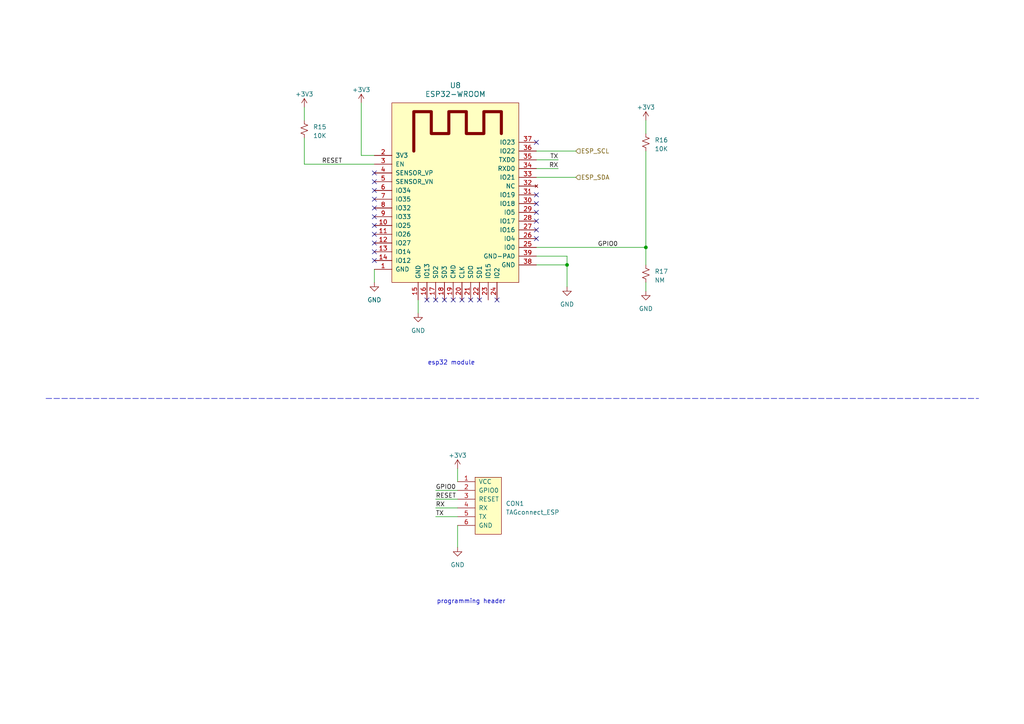
<source format=kicad_sch>
(kicad_sch (version 20210621) (generator eeschema)
  (paper "A4")
  (lib_symbols
    (symbol "Device:R_Small_US" (pin_numbers hide) (pin_names (offset 0.254) hide)
      (property "Reference" "R" (at 0.762 0.508 0))
      (property "Value" "R_Small_US" (at 0.762 -1.016 0))
      (symbol "R_Small_US_1_1"
        (polyline (pts (xy 0 0) (xy 1.016 -0.381) (xy 0 -0.762) (xy -1.016 -1.143) (xy 0 -1.524)))
        (polyline (pts (xy 0 1.524) (xy 1.016 1.143) (xy 0 0.762) (xy -1.016 0.381) (xy 0 0)))
        (pin passive line (at 0 2.54 270) (length 1.016) (name "~") (number "1"))
        (pin passive line (at 0 -2.54 90) (length 1.016) (name "~") (number "2"))
      )
    )
    (symbol "ESP32:ESP32-WROOM" (pin_names (offset 1.016))
      (property "Reference" "U" (at -17.78 31.75 0))
      (property "Value" "ESP32-WROOM" (at 12.7 31.75 0))
      (symbol "ESP32-WROOM_0_1"
        (rectangle (start -19.05 30.48) (end 17.78 -21.59) (fill (type background)))
        (polyline (pts (xy -12.7 16.51) (xy -12.7 27.94) (xy -7.62 27.94) (xy -7.62 21.59) (xy -2.54 21.59) (xy -2.54 27.94) (xy 2.54 27.94) (xy 2.54 21.59) (xy 7.62 21.59) (xy 7.62 27.94) (xy 12.7 27.94) (xy 12.7 21.59)) (stroke (width 0.889)))
      )
      (symbol "ESP32-WROOM_1_1"
        (pin power_out line (at -24.13 -17.78 0) (length 5.08) (name "GND") (number "1"))
        (pin bidirectional line (at -24.13 -5.08 0) (length 5.08) (name "IO25") (number "10"))
        (pin bidirectional line (at -24.13 -7.62 0) (length 5.08) (name "IO26") (number "11"))
        (pin bidirectional line (at -24.13 -10.16 0) (length 5.08) (name "IO27") (number "12"))
        (pin bidirectional line (at -24.13 -12.7 0) (length 5.08) (name "IO14") (number "13"))
        (pin bidirectional line (at -24.13 -15.24 0) (length 5.08) (name "IO12") (number "14"))
        (pin power_in line (at -11.43 -26.67 90) (length 5.08) (name "GND") (number "15"))
        (pin bidirectional line (at -8.89 -26.67 90) (length 5.08) (name "IO13") (number "16"))
        (pin bidirectional line (at -6.35 -26.67 90) (length 5.08) (name "SD2") (number "17"))
        (pin bidirectional line (at -3.81 -26.67 90) (length 5.08) (name "SD3") (number "18"))
        (pin bidirectional line (at -1.27 -26.67 90) (length 5.08) (name "CMD") (number "19"))
        (pin power_in line (at -24.13 15.24 0) (length 5.08) (name "3V3") (number "2"))
        (pin input line (at 1.27 -26.67 90) (length 5.08) (name "CLK") (number "20"))
        (pin bidirectional line (at 3.81 -26.67 90) (length 5.08) (name "SDO") (number "21"))
        (pin bidirectional line (at 6.35 -26.67 90) (length 5.08) (name "SD1") (number "22"))
        (pin bidirectional line (at 8.89 -26.67 90) (length 5.08) (name "IO15") (number "23"))
        (pin bidirectional line (at 11.43 -26.67 90) (length 5.08) (name "IO2") (number "24"))
        (pin bidirectional line (at 22.86 -11.43 180) (length 5.08) (name "IO0") (number "25"))
        (pin input line (at 22.86 -8.89 180) (length 5.08) (name "IO4") (number "26"))
        (pin bidirectional line (at 22.86 -6.35 180) (length 5.08) (name "IO16") (number "27"))
        (pin bidirectional line (at 22.86 -3.81 180) (length 5.08) (name "IO17") (number "28"))
        (pin bidirectional line (at 22.86 -1.27 180) (length 5.08) (name "IO5") (number "29"))
        (pin input line (at -24.13 12.7 0) (length 5.08) (name "EN") (number "3"))
        (pin input line (at 22.86 1.27 180) (length 5.08) (name "IO18") (number "30"))
        (pin bidirectional line (at 22.86 3.81 180) (length 5.08) (name "IO19") (number "31"))
        (pin no_connect line (at 22.86 6.35 180) (length 5.08) (name "NC") (number "32"))
        (pin bidirectional line (at 22.86 8.89 180) (length 5.08) (name "IO21") (number "33"))
        (pin bidirectional line (at 22.86 11.43 180) (length 5.08) (name "RXD0") (number "34"))
        (pin bidirectional line (at 22.86 13.97 180) (length 5.08) (name "TXD0") (number "35"))
        (pin bidirectional line (at 22.86 16.51 180) (length 5.08) (name "IO22") (number "36"))
        (pin bidirectional line (at 22.86 19.05 180) (length 5.08) (name "IO23") (number "37"))
        (pin power_in line (at 22.86 -16.51 180) (length 5.08) (name "GND") (number "38"))
        (pin power_in line (at 22.86 -13.97 180) (length 5.08) (name "GND-PAD") (number "39"))
        (pin input line (at -24.13 10.16 0) (length 5.08) (name "SENSOR_VP") (number "4"))
        (pin input line (at -24.13 7.62 0) (length 5.08) (name "SENSOR_VN") (number "5"))
        (pin bidirectional line (at -24.13 5.08 0) (length 5.08) (name "IO34") (number "6"))
        (pin bidirectional line (at -24.13 2.54 0) (length 5.08) (name "IO35") (number "7"))
        (pin bidirectional line (at -24.13 0 0) (length 5.08) (name "IO32") (number "8"))
        (pin bidirectional line (at -24.13 -2.54 0) (length 5.08) (name "IO33") (number "9"))
      )
    )
    (symbol "conectors:TAGconnect_ESP" (pin_names (offset 1.016))
      (property "Reference" "CON" (at 6.35 -8.89 90))
      (property "Value" "TAGconnect_ESP" (at 2.54 2.54 0))
      (symbol "TAGconnect_ESP_0_1"
        (rectangle (start 0 1.27) (end 7.62 -15.24) (fill (type background)))
      )
      (symbol "TAGconnect_ESP_1_1"
        (pin unspecified line (at -5.08 0 0) (length 5.08) (name "VCC") (number "1"))
        (pin unspecified line (at -5.08 -2.54 0) (length 5.08) (name "GPIO0") (number "2"))
        (pin unspecified line (at -5.08 -5.08 0) (length 5.08) (name "RESET") (number "3"))
        (pin unspecified line (at -5.08 -7.62 0) (length 5.08) (name "RX") (number "4"))
        (pin unspecified line (at -5.08 -10.16 0) (length 5.08) (name "TX") (number "5"))
        (pin unspecified line (at -5.08 -12.7 0) (length 5.08) (name "GND") (number "6"))
      )
    )
    (symbol "power:+3V3" (power) (pin_names (offset 0))
      (property "Value" "+3V3" (at 0 3.556 0))
      (symbol "+3V3_0_1"
        (polyline (pts (xy -0.762 1.27) (xy 0 2.54)))
        (polyline (pts (xy 0 0) (xy 0 2.54)))
        (polyline (pts (xy 0 2.54) (xy 0.762 1.27)))
      )
      (symbol "+3V3_1_1"
        (pin power_in line (at 0 0 90) (length 0) hide (name "+3V3") (number "1"))
      )
    )
    (symbol "power:GND" (power) (pin_names (offset 0))
      (property "Value" "GND" (at 0 -3.81 0))
      (symbol "GND_0_1"
        (polyline (pts (xy 0 0) (xy 0 -1.27) (xy 1.27 -1.27) (xy 0 -2.54) (xy -1.27 -1.27) (xy 0 -1.27)))
      )
      (symbol "GND_1_1"
        (pin power_in line (at 0 0 270) (length 0) hide (name "GND") (number "1"))
      )
    )
  )
  (junction (at 164.465 76.835) (diameter 0.9144))
  (junction (at 187.325 71.755) (diameter 0.9144))
  (no_connect (at 108.585 50.165))
  (no_connect (at 108.585 52.705))
  (no_connect (at 108.585 55.245))
  (no_connect (at 108.585 57.785))
  (no_connect (at 108.585 60.325))
  (no_connect (at 108.585 62.865))
  (no_connect (at 108.585 65.405))
  (no_connect (at 108.585 67.945))
  (no_connect (at 108.585 70.485))
  (no_connect (at 108.585 73.025))
  (no_connect (at 108.585 75.565))
  (no_connect (at 123.825 86.995))
  (no_connect (at 126.365 86.995))
  (no_connect (at 128.905 86.995))
  (no_connect (at 131.445 86.995))
  (no_connect (at 133.985 86.995))
  (no_connect (at 136.525 86.995))
  (no_connect (at 139.065 86.995))
  (no_connect (at 144.145 86.995))
  (no_connect (at 155.575 41.275))
  (no_connect (at 155.575 56.515))
  (no_connect (at 155.575 59.055))
  (no_connect (at 155.575 61.595))
  (no_connect (at 155.575 64.135))
  (no_connect (at 155.575 66.675))
  (no_connect (at 155.575 69.215))
  (wire (pts (xy 88.265 31.115) (xy 88.265 34.925)))
  (wire (pts (xy 88.265 40.005) (xy 88.265 47.625)))
  (wire (pts (xy 104.775 29.845) (xy 104.775 45.085)))
  (wire (pts (xy 108.585 45.085) (xy 104.775 45.085)))
  (wire (pts (xy 108.585 47.625) (xy 88.265 47.625)))
  (wire (pts (xy 108.585 78.105) (xy 108.585 81.915)))
  (wire (pts (xy 121.285 86.995) (xy 121.285 90.805)))
  (wire (pts (xy 126.365 142.24) (xy 132.715 142.24)))
  (wire (pts (xy 126.365 144.78) (xy 132.715 144.78)))
  (wire (pts (xy 126.365 147.32) (xy 132.715 147.32)))
  (wire (pts (xy 126.365 149.86) (xy 132.715 149.86)))
  (wire (pts (xy 132.715 135.89) (xy 132.715 139.7)))
  (wire (pts (xy 132.715 152.4) (xy 132.715 158.75)))
  (wire (pts (xy 155.575 43.815) (xy 167.005 43.815)))
  (wire (pts (xy 155.575 51.435) (xy 167.005 51.435)))
  (wire (pts (xy 155.575 71.755) (xy 187.325 71.755)))
  (wire (pts (xy 155.575 74.295) (xy 164.465 74.295)))
  (wire (pts (xy 155.575 76.835) (xy 164.465 76.835)))
  (wire (pts (xy 161.925 46.355) (xy 155.575 46.355)))
  (wire (pts (xy 161.925 48.895) (xy 155.575 48.895)))
  (wire (pts (xy 164.465 74.295) (xy 164.465 76.835)))
  (wire (pts (xy 164.465 76.835) (xy 164.465 83.185)))
  (wire (pts (xy 187.325 34.925) (xy 187.325 38.735)))
  (wire (pts (xy 187.325 43.815) (xy 187.325 71.755)))
  (wire (pts (xy 187.325 71.755) (xy 187.325 76.835)))
  (wire (pts (xy 187.325 81.915) (xy 187.325 84.455)))
  (polyline (pts (xy 13.335 115.57) (xy 283.845 115.57)) (stroke (width 0) (type dash)))
  (text "esp32 module\n" (at 137.795 106.045 180) (effects (font (size 1.27 1.27)) (justify right bottom)))
  (text "programming header" (at 146.685 175.26 180) (effects (font (size 1.27 1.27)) (justify right bottom)))
  (label "RESET" (at 93.345 47.625 0))
  (label "GPIO0" (at 126.365 142.24 0))
  (label "RESET" (at 126.365 144.78 0))
  (label "RX" (at 126.365 147.32 0))
  (label "TX" (at 126.365 149.86 0))
  (label "TX" (at 161.925 46.355 180))
  (label "RX" (at 161.925 48.895 180))
  (label "GPIO0" (at 173.355 71.755 0))
  (hierarchical_label "ESP_SCL" (shape input) (at 167.005 43.815 0))
  (hierarchical_label "ESP_SDA" (shape input) (at 167.005 51.435 0))
  (symbol (lib_id "power:+3V3") (at 88.265 31.115 0) (unit 1)
    (property "Reference" "#PWR0140" (effects hide))
    (property "Value" "+3V3" (at 88.265 27.305 0))
  )
  (symbol (lib_id "power:+3V3") (at 104.775 29.845 0) (unit 1)
    (property "Reference" "#PWR0141" (effects hide))
    (property "Value" "+3V3" (at 104.775 26.035 0))
  )
  (symbol (lib_id "power:+3V3") (at 132.715 135.89 0) (unit 1)
    (property "Reference" "#PWR0143" (effects hide))
    (property "Value" "+3V3" (at 132.715 132.08 0))
  )
  (symbol (lib_id "power:+3V3") (at 187.325 34.925 0) (unit 1)
    (property "Reference" "#PWR0139" (effects hide))
    (property "Value" "+3V3" (at 187.325 31.115 0))
  )
  (symbol (lib_id "power:GND") (at 108.585 81.915 0) (unit 1)
    (property "Reference" "#PWR0142" (effects hide))
    (property "Value" "GND" (at 108.585 86.995 0))
  )
  (symbol (lib_id "power:GND") (at 121.285 90.805 0) (unit 1)
    (property "Reference" "#PWR0144" (effects hide))
    (property "Value" "GND" (at 121.285 95.885 0))
  )
  (symbol (lib_id "power:GND") (at 132.715 158.75 0) (unit 1)
    (property "Reference" "#PWR0147" (effects hide))
    (property "Value" "GND" (at 132.715 163.83 0))
  )
  (symbol (lib_id "power:GND") (at 164.465 83.185 0) (unit 1)
    (property "Reference" "#PWR0145" (effects hide))
    (property "Value" "GND" (at 164.465 88.265 0))
  )
  (symbol (lib_id "power:GND") (at 187.325 84.455 0) (unit 1)
    (property "Reference" "#PWR0146" (effects hide))
    (property "Value" "GND" (at 187.325 89.535 0))
  )
  (symbol (lib_id "Device:R_Small_US") (at 88.265 37.465 0) (unit 1)
    (property "Reference" "R15" (at 90.805 36.8299 0) (effects (justify left)))
    (property "Value" "10K" (at 90.805 39.3699 0) (effects (justify left)))
    (property "Footprint" "vanalles:0603RL" (effects hide))
  )
  (symbol (lib_id "Device:R_Small_US") (at 187.325 41.275 0) (unit 1)
    (property "Reference" "R16" (at 189.865 40.6399 0) (effects (justify left)))
    (property "Value" "10K" (at 189.865 43.1799 0) (effects (justify left)))
    (property "Footprint" "vanalles:0603RL" (effects hide))
  )
  (symbol (lib_id "Device:R_Small_US") (at 187.325 79.375 0) (unit 1)
    (property "Reference" "R17" (at 189.865 78.7399 0) (effects (justify left)))
    (property "Value" "NM" (at 189.865 81.2799 0) (effects (justify left)))
    (property "Footprint" "vanalles:0603RL" (effects hide))
  )
  (symbol (lib_id "conectors:TAGconnect_ESP") (at 137.795 139.7 0) (unit 1)
    (property "Reference" "CON1" (at 146.685 146.0499 0) (effects (justify left)))
    (property "Value" "TAGconnect_ESP" (at 146.685 148.5899 0) (effects (justify left)))
    (property "Footprint" "connectors_user:Tag-Connect_TC2030-IDC-NL_2x03_P1.27mm_Vertical" (effects hide))
  )
  (symbol (lib_id "ESP32:ESP32-WROOM") (at 132.715 60.325 0) (unit 1)
    (property "Reference" "U8" (at 132.08 24.765 0) (effects (font (size 1.524 1.524))))
    (property "Value" "ESP32-WROOM" (at 132.08 27.305 0) (effects (font (size 1.524 1.524))))
    (property "Footprint" "Module:ESP32-WROOM-32" (effects hide))
  )
)
</source>
